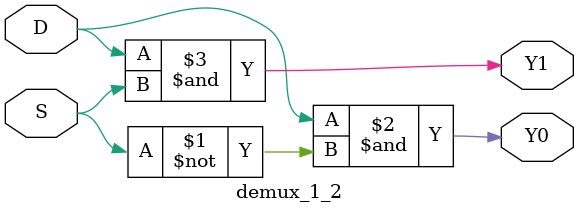
<source format=v>
module demux_1_2 (
    input  D,
    input  S,
    output Y0,
    output Y1
);

assign Y0 = D & ~S;
assign Y1 = D &  S;

endmodule

</source>
